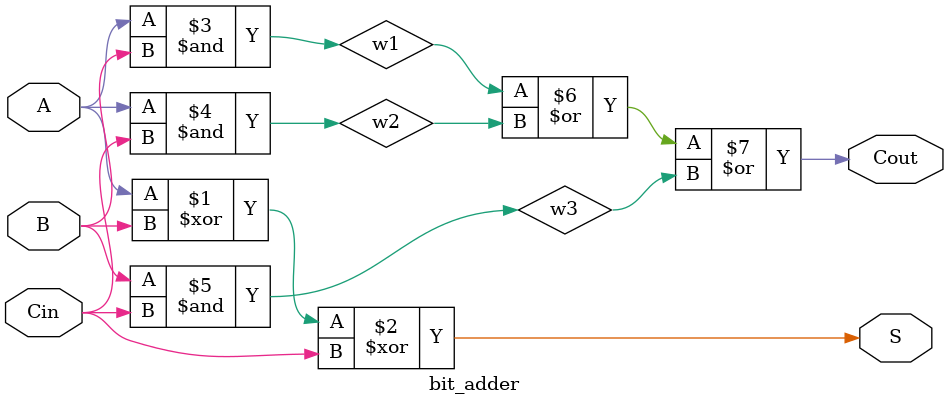
<source format=v>
module bit_adder(S, Cout, A, B, Cin);
    input A, B, Cin;
    output S, Cout;
    
    wire w1, w2, w3;
    
    xor Sresult(S, A, B, Cin);
    and A_and_B(w1, A, B);
    and A_and_Cin(w2, A, Cin);
    and B_and_Cin(w3, B, Cin);
    or out(Cout, w1, w2, w3);
endmodule
</source>
